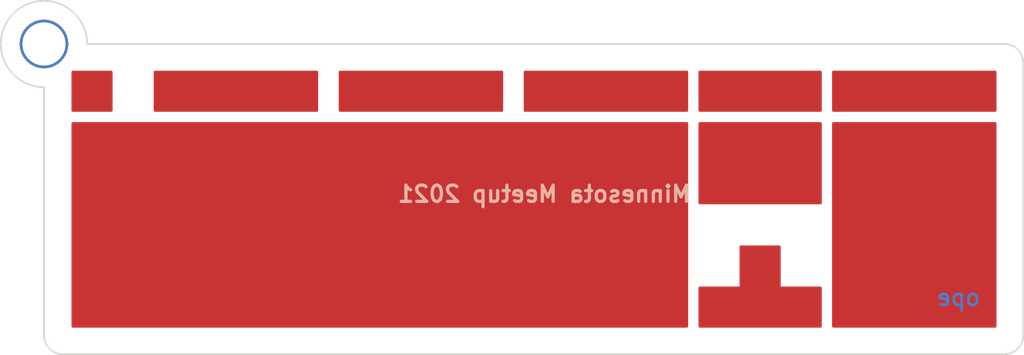
<source format=kicad_pcb>
(kicad_pcb (version 20171130) (host pcbnew "(5.1.10-1-10_14)")

  (general
    (thickness 1.6)
    (drawings 18)
    (tracks 0)
    (zones 0)
    (modules 108)
    (nets 1)
  )

  (page A4)
  (layers
    (0 F.Cu signal)
    (31 B.Cu signal)
    (32 B.Adhes user)
    (33 F.Adhes user)
    (34 B.Paste user)
    (35 F.Paste user)
    (36 B.SilkS user)
    (37 F.SilkS user)
    (38 B.Mask user)
    (39 F.Mask user)
    (40 Dwgs.User user hide)
    (41 Cmts.User user)
    (42 Eco1.User user)
    (43 Eco2.User user)
    (44 Edge.Cuts user)
    (45 Margin user)
    (46 B.CrtYd user)
    (47 F.CrtYd user)
    (48 B.Fab user)
    (49 F.Fab user hide)
  )

  (setup
    (last_trace_width 0.25)
    (trace_clearance 0.2)
    (zone_clearance 0)
    (zone_45_only no)
    (trace_min 0.2)
    (via_size 0.8)
    (via_drill 0.4)
    (via_min_size 0.4)
    (via_min_drill 0.3)
    (uvia_size 0.3)
    (uvia_drill 0.1)
    (uvias_allowed no)
    (uvia_min_size 0.2)
    (uvia_min_drill 0.1)
    (edge_width 0.15)
    (segment_width 0.15)
    (pcb_text_width 0.3)
    (pcb_text_size 1.5 1.5)
    (mod_edge_width 0.15)
    (mod_text_size 1 1)
    (mod_text_width 0.15)
    (pad_size 7 7)
    (pad_drill 5)
    (pad_to_mask_clearance 0)
    (aux_axis_origin 0 0)
    (grid_origin 102.69125 164.38625)
    (visible_elements 7FFFFFFF)
    (pcbplotparams
      (layerselection 0x010fc_ffffffff)
      (usegerberextensions false)
      (usegerberattributes false)
      (usegerberadvancedattributes false)
      (creategerberjobfile false)
      (excludeedgelayer true)
      (linewidth 0.100000)
      (plotframeref false)
      (viasonmask false)
      (mode 1)
      (useauxorigin false)
      (hpglpennumber 1)
      (hpglpenspeed 20)
      (hpglpendiameter 15.000000)
      (psnegative false)
      (psa4output false)
      (plotreference true)
      (plotvalue true)
      (plotinvisibletext false)
      (padsonsilk false)
      (subtractmaskfromsilk false)
      (outputformat 1)
      (mirror false)
      (drillshape 0)
      (scaleselection 1)
      (outputdirectory "Gerber"))
  )

  (net 0 "")

  (net_class Default "This is the default net class."
    (clearance 0.2)
    (trace_width 0.25)
    (via_dia 0.8)
    (via_drill 0.4)
    (uvia_dia 0.3)
    (uvia_drill 0.1)
  )

  (module random-keyboard-parts:plate_hole_4mm_tht (layer F.Cu) (tedit 5DBCB00B) (tstamp 61204796)
    (at 12.64045 137.66825)
    (fp_text reference REF** (at 0.381 1.4097) (layer Dwgs.User)
      (effects (font (size 1 1) (thickness 0.15)))
    )
    (fp_text value plate_hole_4mm_tht (at 0 -0.5) (layer F.Fab)
      (effects (font (size 1 1) (thickness 0.15)))
    )
    (pad 1 thru_hole circle (at 0.0508 -2.032) (size 4.5 4.5) (drill 4) (layers *.Cu *.Mask))
  )

  (module locallib:Pad-1U (layer F.Cu) (tedit 5C08844F) (tstamp 5C090F08)
    (at 87.63 140.0175)
    (fp_text reference REF** (at 0 0.5) (layer Dwgs.User) hide
      (effects (font (size 1 1) (thickness 0.15)))
    )
    (fp_text value Pad-1U (at 0 -0.5) (layer F.Fab) hide
      (effects (font (size 1 1) (thickness 0.15)))
    )
    (pad "" smd rect (at 0 0) (size 3 3) (layers F.Mask)
      (solder_mask_margin -0.1))
  )

  (module locallib:Pad-1U (layer F.Cu) (tedit 5C08844F) (tstamp 5C090F04)
    (at 95.25 140.0175)
    (fp_text reference REF** (at 0 0.5) (layer Dwgs.User) hide
      (effects (font (size 1 1) (thickness 0.15)))
    )
    (fp_text value Pad-1U (at 0 -0.5) (layer F.Fab) hide
      (effects (font (size 1 1) (thickness 0.15)))
    )
    (pad "" smd rect (at 0 0) (size 3 3) (layers F.Mask)
      (solder_mask_margin -0.1))
  )

  (module locallib:Pad-1U (layer F.Cu) (tedit 5C08844F) (tstamp 5C090F00)
    (at 91.44 140.0175)
    (fp_text reference REF** (at 0 0.5) (layer Dwgs.User) hide
      (effects (font (size 1 1) (thickness 0.15)))
    )
    (fp_text value Pad-1U (at 0 -0.5) (layer F.Fab) hide
      (effects (font (size 1 1) (thickness 0.15)))
    )
    (pad "" smd rect (at 0 0) (size 3 3) (layers F.Mask)
      (solder_mask_margin -0.1))
  )

  (module locallib:Pad-1U (layer F.Cu) (tedit 5C08844F) (tstamp 5C090EFC)
    (at 99.06 140.0175)
    (fp_text reference REF** (at 0 0.5) (layer Dwgs.User) hide
      (effects (font (size 1 1) (thickness 0.15)))
    )
    (fp_text value Pad-1U (at 0 -0.5) (layer F.Fab) hide
      (effects (font (size 1 1) (thickness 0.15)))
    )
    (pad "" smd rect (at 0 0) (size 3 3) (layers F.Mask)
      (solder_mask_margin -0.1))
  )

  (module locallib:Pad-1U (layer F.Cu) (tedit 5C08844F) (tstamp 5C090E15)
    (at 95.25 152.4)
    (fp_text reference REF** (at 0 0.5) (layer Dwgs.User) hide
      (effects (font (size 1 1) (thickness 0.15)))
    )
    (fp_text value Pad-1U (at 0 -0.5) (layer F.Fab) hide
      (effects (font (size 1 1) (thickness 0.15)))
    )
    (pad "" smd rect (at 0 0) (size 3 3) (layers F.Mask)
      (solder_mask_margin -0.1))
  )

  (module locallib:Pad-1U (layer F.Cu) (tedit 5C08844F) (tstamp 5C090E11)
    (at 95.25 144.78)
    (fp_text reference REF** (at 0 0.5) (layer Dwgs.User) hide
      (effects (font (size 1 1) (thickness 0.15)))
    )
    (fp_text value Pad-1U (at 0 -0.5) (layer F.Fab) hide
      (effects (font (size 1 1) (thickness 0.15)))
    )
    (pad "" smd rect (at 0 0) (size 3 3) (layers F.Mask)
      (solder_mask_margin -0.1))
  )

  (module locallib:Pad-1U (layer F.Cu) (tedit 5C08844F) (tstamp 5C090E0D)
    (at 95.25 156.21)
    (fp_text reference REF** (at 0 0.5) (layer Dwgs.User) hide
      (effects (font (size 1 1) (thickness 0.15)))
    )
    (fp_text value Pad-1U (at 0 -0.5) (layer F.Fab) hide
      (effects (font (size 1 1) (thickness 0.15)))
    )
    (pad "" smd rect (at 0 0) (size 3 3) (layers F.Mask)
      (solder_mask_margin -0.1))
  )

  (module locallib:Pad-1U (layer F.Cu) (tedit 5C08844F) (tstamp 5C090E09)
    (at 99.06 144.78)
    (fp_text reference REF** (at 0 0.5) (layer Dwgs.User) hide
      (effects (font (size 1 1) (thickness 0.15)))
    )
    (fp_text value Pad-1U (at 0 -0.5) (layer F.Fab) hide
      (effects (font (size 1 1) (thickness 0.15)))
    )
    (pad "" smd rect (at 0 0) (size 3 3) (layers F.Mask)
      (solder_mask_margin -0.1))
  )

  (module locallib:Pad-1U (layer F.Cu) (tedit 5C08844F) (tstamp 5C090E01)
    (at 87.63 152.4)
    (fp_text reference REF** (at 0 0.5) (layer Dwgs.User) hide
      (effects (font (size 1 1) (thickness 0.15)))
    )
    (fp_text value Pad-1U (at 0 -0.5) (layer F.Fab) hide
      (effects (font (size 1 1) (thickness 0.15)))
    )
    (pad "" smd rect (at 0 0) (size 3 3) (layers F.Mask)
      (solder_mask_margin -0.1))
  )

  (module locallib:Pad-1U (layer F.Cu) (tedit 5C08844F) (tstamp 5C090DFD)
    (at 91.44 156.21)
    (fp_text reference REF** (at 0 0.5) (layer Dwgs.User) hide
      (effects (font (size 1 1) (thickness 0.15)))
    )
    (fp_text value Pad-1U (at 0 -0.5) (layer F.Fab) hide
      (effects (font (size 1 1) (thickness 0.15)))
    )
    (pad "" smd rect (at 0 0) (size 3 3) (layers F.Mask)
      (solder_mask_margin -0.1))
  )

  (module locallib:Pad-1U (layer F.Cu) (tedit 5C08844F) (tstamp 5C090DF9)
    (at 87.63 148.59)
    (fp_text reference REF** (at 0 0.5) (layer Dwgs.User) hide
      (effects (font (size 1 1) (thickness 0.15)))
    )
    (fp_text value Pad-1U (at 0 -0.5) (layer F.Fab) hide
      (effects (font (size 1 1) (thickness 0.15)))
    )
    (pad "" smd rect (at 0 0) (size 3 3) (layers F.Mask)
      (solder_mask_margin -0.1))
  )

  (module locallib:Pad-1U (layer F.Cu) (tedit 5C08844F) (tstamp 5C090DF5)
    (at 91.44 152.4)
    (fp_text reference REF** (at 0 0.5) (layer Dwgs.User) hide
      (effects (font (size 1 1) (thickness 0.15)))
    )
    (fp_text value Pad-1U (at 0 -0.5) (layer F.Fab) hide
      (effects (font (size 1 1) (thickness 0.15)))
    )
    (pad "" smd rect (at 0 0) (size 3 3) (layers F.Mask)
      (solder_mask_margin -0.1))
  )

  (module locallib:Pad-2U (layer F.Cu) (tedit 5C08848A) (tstamp 5C090DF1)
    (at 99.06 158.115 90)
    (fp_text reference REF** (at 0 0.5 90) (layer Dwgs.User) hide
      (effects (font (size 1 1) (thickness 0.15)))
    )
    (fp_text value Pad-2U (at 0 -0.5 90) (layer F.Fab) hide
      (effects (font (size 1 1) (thickness 0.15)))
    )
    (pad "" smd rect (at 0 0 90) (size 6.81 3) (layers F.Mask)
      (solder_mask_margin -0.1))
  )

  (module locallib:Pad-1U (layer F.Cu) (tedit 5C08844F) (tstamp 5C090DED)
    (at 87.63 144.78)
    (fp_text reference REF** (at 0 0.5) (layer Dwgs.User) hide
      (effects (font (size 1 1) (thickness 0.15)))
    )
    (fp_text value Pad-1U (at 0 -0.5) (layer F.Fab) hide
      (effects (font (size 1 1) (thickness 0.15)))
    )
    (pad "" smd rect (at 0 0) (size 3 3) (layers F.Mask)
      (solder_mask_margin -0.1))
  )

  (module locallib:Pad-1U (layer F.Cu) (tedit 5C08844F) (tstamp 5C090DE9)
    (at 95.25 148.59)
    (fp_text reference REF** (at 0 0.5) (layer Dwgs.User) hide
      (effects (font (size 1 1) (thickness 0.15)))
    )
    (fp_text value Pad-1U (at 0 -0.5) (layer F.Fab) hide
      (effects (font (size 1 1) (thickness 0.15)))
    )
    (pad "" smd rect (at 0 0) (size 3 3) (layers F.Mask)
      (solder_mask_margin -0.1))
  )

  (module locallib:Pad-1U (layer F.Cu) (tedit 5C08844F) (tstamp 5C090DE5)
    (at 87.63 156.21)
    (fp_text reference REF** (at 0 0.5) (layer Dwgs.User) hide
      (effects (font (size 1 1) (thickness 0.15)))
    )
    (fp_text value Pad-1U (at 0 -0.5) (layer F.Fab) hide
      (effects (font (size 1 1) (thickness 0.15)))
    )
    (pad "" smd rect (at 0 0) (size 3 3) (layers F.Mask)
      (solder_mask_margin -0.1))
  )

  (module locallib:Pad-1U (layer F.Cu) (tedit 5C08844F) (tstamp 5C090DE1)
    (at 95.25 160.02)
    (fp_text reference REF** (at 0 0.5) (layer Dwgs.User) hide
      (effects (font (size 1 1) (thickness 0.15)))
    )
    (fp_text value Pad-1U (at 0 -0.5) (layer F.Fab) hide
      (effects (font (size 1 1) (thickness 0.15)))
    )
    (pad "" smd rect (at 0 0) (size 3 3) (layers F.Mask)
      (solder_mask_margin -0.1))
  )

  (module locallib:Pad-2U (layer F.Cu) (tedit 5C08848A) (tstamp 5C090DDD)
    (at 99.06 150.495 90)
    (fp_text reference REF** (at 0 0.5 90) (layer Dwgs.User) hide
      (effects (font (size 1 1) (thickness 0.15)))
    )
    (fp_text value Pad-2U (at 0 -0.5 90) (layer F.Fab) hide
      (effects (font (size 1 1) (thickness 0.15)))
    )
    (pad "" smd rect (at 0 0 90) (size 6.81 3) (layers F.Mask)
      (solder_mask_margin -0.1))
  )

  (module locallib:Pad-1U (layer F.Cu) (tedit 5C08844F) (tstamp 5C090DD9)
    (at 91.44 144.78)
    (fp_text reference REF** (at 0 0.5) (layer Dwgs.User) hide
      (effects (font (size 1 1) (thickness 0.15)))
    )
    (fp_text value Pad-1U (at 0 -0.5) (layer F.Fab) hide
      (effects (font (size 1 1) (thickness 0.15)))
    )
    (pad "" smd rect (at 0 0) (size 3 3) (layers F.Mask)
      (solder_mask_margin -0.1))
  )

  (module locallib:Pad-1U (layer F.Cu) (tedit 5C08844F) (tstamp 5C090DD5)
    (at 91.44 148.59)
    (fp_text reference REF** (at 0 0.5) (layer Dwgs.User) hide
      (effects (font (size 1 1) (thickness 0.15)))
    )
    (fp_text value Pad-1U (at 0 -0.5) (layer F.Fab) hide
      (effects (font (size 1 1) (thickness 0.15)))
    )
    (pad "" smd rect (at 0 0) (size 3 3) (layers F.Mask)
      (solder_mask_margin -0.1))
  )

  (module locallib:Pad-1U (layer F.Cu) (tedit 5C08844F) (tstamp 5C090BB4)
    (at 55.245 144.78)
    (fp_text reference REF** (at 0 0.5) (layer Dwgs.User) hide
      (effects (font (size 1 1) (thickness 0.15)))
    )
    (fp_text value Pad-1U (at 0 -0.5) (layer F.Fab) hide
      (effects (font (size 1 1) (thickness 0.15)))
    )
    (pad "" smd rect (at 0 0) (size 3 3) (layers F.Mask)
      (solder_mask_margin -0.1))
  )

  (module locallib:Pad-1U (layer F.Cu) (tedit 5C08844F) (tstamp 5C090BB0)
    (at 24.765 144.78)
    (fp_text reference REF** (at 0 0.5) (layer Dwgs.User) hide
      (effects (font (size 1 1) (thickness 0.15)))
    )
    (fp_text value Pad-1U (at 0 -0.5) (layer F.Fab) hide
      (effects (font (size 1 1) (thickness 0.15)))
    )
    (pad "" smd rect (at 0 0) (size 3 3) (layers F.Mask)
      (solder_mask_margin -0.1))
  )

  (module locallib:Pad-1U (layer F.Cu) (tedit 5C08844F) (tstamp 5C090BAC)
    (at 36.195 144.78)
    (fp_text reference REF** (at 0 0.5) (layer Dwgs.User) hide
      (effects (font (size 1 1) (thickness 0.15)))
    )
    (fp_text value Pad-1U (at 0 -0.5) (layer F.Fab) hide
      (effects (font (size 1 1) (thickness 0.15)))
    )
    (pad "" smd rect (at 0 0) (size 3 3) (layers F.Mask)
      (solder_mask_margin -0.1))
  )

  (module locallib:Pad-1U (layer F.Cu) (tedit 5C08844F) (tstamp 5C090BA8)
    (at 28.575 144.78)
    (fp_text reference REF** (at 0 0.5) (layer Dwgs.User) hide
      (effects (font (size 1 1) (thickness 0.15)))
    )
    (fp_text value Pad-1U (at 0 -0.5) (layer F.Fab) hide
      (effects (font (size 1 1) (thickness 0.15)))
    )
    (pad "" smd rect (at 0 0) (size 3 3) (layers F.Mask)
      (solder_mask_margin -0.1))
  )

  (module locallib:Pad-1U (layer F.Cu) (tedit 5C08844F) (tstamp 5C090BA4)
    (at 32.385 144.78)
    (fp_text reference REF** (at 0 0.5) (layer Dwgs.User) hide
      (effects (font (size 1 1) (thickness 0.15)))
    )
    (fp_text value Pad-1U (at 0 -0.5) (layer F.Fab) hide
      (effects (font (size 1 1) (thickness 0.15)))
    )
    (pad "" smd rect (at 0 0) (size 3 3) (layers F.Mask)
      (solder_mask_margin -0.1))
  )

  (module locallib:Pad-1U (layer F.Cu) (tedit 5C08844F) (tstamp 5C090BA0)
    (at 43.815 144.78)
    (fp_text reference REF** (at 0 0.5) (layer Dwgs.User) hide
      (effects (font (size 1 1) (thickness 0.15)))
    )
    (fp_text value Pad-1U (at 0 -0.5) (layer F.Fab) hide
      (effects (font (size 1 1) (thickness 0.15)))
    )
    (pad "" smd rect (at 0 0) (size 3 3) (layers F.Mask)
      (solder_mask_margin -0.1))
  )

  (module locallib:Pad-1U (layer F.Cu) (tedit 5C08844F) (tstamp 5C090B9C)
    (at 40.005 144.78)
    (fp_text reference REF** (at 0 0.5) (layer Dwgs.User) hide
      (effects (font (size 1 1) (thickness 0.15)))
    )
    (fp_text value Pad-1U (at 0 -0.5) (layer F.Fab) hide
      (effects (font (size 1 1) (thickness 0.15)))
    )
    (pad "" smd rect (at 0 0) (size 3 3) (layers F.Mask)
      (solder_mask_margin -0.1))
  )

  (module locallib:Pad-1U (layer F.Cu) (tedit 5C08844F) (tstamp 5C090B98)
    (at 51.435 144.78)
    (fp_text reference REF** (at 0 0.5) (layer Dwgs.User) hide
      (effects (font (size 1 1) (thickness 0.15)))
    )
    (fp_text value Pad-1U (at 0 -0.5) (layer F.Fab) hide
      (effects (font (size 1 1) (thickness 0.15)))
    )
    (pad "" smd rect (at 0 0) (size 3 3) (layers F.Mask)
      (solder_mask_margin -0.1))
  )

  (module locallib:Pad-1U (layer F.Cu) (tedit 5C08844F) (tstamp 5C090B94)
    (at 62.865 144.78)
    (fp_text reference REF** (at 0 0.5) (layer Dwgs.User) hide
      (effects (font (size 1 1) (thickness 0.15)))
    )
    (fp_text value Pad-1U (at 0 -0.5) (layer F.Fab) hide
      (effects (font (size 1 1) (thickness 0.15)))
    )
    (pad "" smd rect (at 0 0) (size 3 3) (layers F.Mask)
      (solder_mask_margin -0.1))
  )

  (module locallib:Pad-1U (layer F.Cu) (tedit 5C08844F) (tstamp 5C090B90)
    (at 34.29 148.59)
    (fp_text reference REF** (at 0 0.5) (layer Dwgs.User) hide
      (effects (font (size 1 1) (thickness 0.15)))
    )
    (fp_text value Pad-1U (at 0 -0.5) (layer F.Fab) hide
      (effects (font (size 1 1) (thickness 0.15)))
    )
    (pad "" smd rect (at 0 0) (size 3 3) (layers F.Mask)
      (solder_mask_margin -0.1))
  )

  (module locallib:Pad-1.5U (layer F.Cu) (tedit 5C08853F) (tstamp 5C090B8C)
    (at 18.0975 148.59)
    (fp_text reference REF** (at 0 0.5) (layer Dwgs.User) hide
      (effects (font (size 1 1) (thickness 0.15)))
    )
    (fp_text value Pad-1.5U (at 0 -0.5) (layer F.Fab) hide
      (effects (font (size 1 1) (thickness 0.15)))
    )
    (pad "" smd rect (at 0 0) (size 4.905 3) (layers F.Mask)
      (solder_mask_margin -0.1))
  )

  (module locallib:Pad-1U (layer F.Cu) (tedit 5C08844F) (tstamp 5C090B88)
    (at 22.86 148.59)
    (fp_text reference REF** (at 0 0.5) (layer Dwgs.User) hide
      (effects (font (size 1 1) (thickness 0.15)))
    )
    (fp_text value Pad-1U (at 0 -0.5) (layer F.Fab) hide
      (effects (font (size 1 1) (thickness 0.15)))
    )
    (pad "" smd rect (at 0 0) (size 3 3) (layers F.Mask)
      (solder_mask_margin -0.1))
  )

  (module locallib:Pad-1U (layer F.Cu) (tedit 5C08844F) (tstamp 5C090B84)
    (at 58.1025 152.4)
    (fp_text reference REF** (at 0 0.5) (layer Dwgs.User) hide
      (effects (font (size 1 1) (thickness 0.15)))
    )
    (fp_text value Pad-1U (at 0 -0.5) (layer F.Fab) hide
      (effects (font (size 1 1) (thickness 0.15)))
    )
    (pad "" smd rect (at 0 0) (size 3 3) (layers F.Mask)
      (solder_mask_margin -0.1))
  )

  (module locallib:Pad-1U (layer F.Cu) (tedit 5C08844F) (tstamp 5C090B80)
    (at 49.53 148.59)
    (fp_text reference REF** (at 0 0.5) (layer Dwgs.User) hide
      (effects (font (size 1 1) (thickness 0.15)))
    )
    (fp_text value Pad-1U (at 0 -0.5) (layer F.Fab) hide
      (effects (font (size 1 1) (thickness 0.15)))
    )
    (pad "" smd rect (at 0 0) (size 3 3) (layers F.Mask)
      (solder_mask_margin -0.1))
  )

  (module locallib:Pad-1U (layer F.Cu) (tedit 5C08844F) (tstamp 5C090B7C)
    (at 59.055 144.78)
    (fp_text reference REF** (at 0 0.5) (layer Dwgs.User) hide
      (effects (font (size 1 1) (thickness 0.15)))
    )
    (fp_text value Pad-1U (at 0 -0.5) (layer F.Fab) hide
      (effects (font (size 1 1) (thickness 0.15)))
    )
    (pad "" smd rect (at 0 0) (size 3 3) (layers F.Mask)
      (solder_mask_margin -0.1))
  )

  (module locallib:Pad-1U (layer F.Cu) (tedit 5C08844F) (tstamp 5C090B78)
    (at 27.6225 152.4)
    (fp_text reference REF** (at 0 0.5) (layer Dwgs.User) hide
      (effects (font (size 1 1) (thickness 0.15)))
    )
    (fp_text value Pad-1U (at 0 -0.5) (layer F.Fab) hide
      (effects (font (size 1 1) (thickness 0.15)))
    )
    (pad "" smd rect (at 0 0) (size 3 3) (layers F.Mask)
      (solder_mask_margin -0.1))
  )

  (module locallib:Pad-1U (layer F.Cu) (tedit 5C08844F) (tstamp 5C090B74)
    (at 26.67 148.59)
    (fp_text reference REF** (at 0 0.5) (layer Dwgs.User) hide
      (effects (font (size 1 1) (thickness 0.15)))
    )
    (fp_text value Pad-1U (at 0 -0.5) (layer F.Fab) hide
      (effects (font (size 1 1) (thickness 0.15)))
    )
    (pad "" smd rect (at 0 0) (size 3 3) (layers F.Mask)
      (solder_mask_margin -0.1))
  )

  (module locallib:Pad-1U (layer F.Cu) (tedit 5C08844F) (tstamp 5C090B70)
    (at 50.4825 152.4)
    (fp_text reference REF** (at 0 0.5) (layer Dwgs.User) hide
      (effects (font (size 1 1) (thickness 0.15)))
    )
    (fp_text value Pad-1U (at 0 -0.5) (layer F.Fab) hide
      (effects (font (size 1 1) (thickness 0.15)))
    )
    (pad "" smd rect (at 0 0) (size 3 3) (layers F.Mask)
      (solder_mask_margin -0.1))
  )

  (module locallib:Pad-1U (layer F.Cu) (tedit 5C08844F) (tstamp 5C090B6C)
    (at 64.77 148.59)
    (fp_text reference REF** (at 0 0.5) (layer Dwgs.User) hide
      (effects (font (size 1 1) (thickness 0.15)))
    )
    (fp_text value Pad-1U (at 0 -0.5) (layer F.Fab) hide
      (effects (font (size 1 1) (thickness 0.15)))
    )
    (pad "" smd rect (at 0 0) (size 3 3) (layers F.Mask)
      (solder_mask_margin -0.1))
  )

  (module locallib:Pad-1U (layer F.Cu) (tedit 5C08844F) (tstamp 5C090B68)
    (at 38.1 148.59)
    (fp_text reference REF** (at 0 0.5) (layer Dwgs.User) hide
      (effects (font (size 1 1) (thickness 0.15)))
    )
    (fp_text value Pad-1U (at 0 -0.5) (layer F.Fab) hide
      (effects (font (size 1 1) (thickness 0.15)))
    )
    (pad "" smd rect (at 0 0) (size 3 3) (layers F.Mask)
      (solder_mask_margin -0.1))
  )

  (module locallib:Pad-1U (layer F.Cu) (tedit 5C08844F) (tstamp 5C090B64)
    (at 57.15 148.59)
    (fp_text reference REF** (at 0 0.5) (layer Dwgs.User) hide
      (effects (font (size 1 1) (thickness 0.15)))
    )
    (fp_text value Pad-1U (at 0 -0.5) (layer F.Fab) hide
      (effects (font (size 1 1) (thickness 0.15)))
    )
    (pad "" smd rect (at 0 0) (size 3 3) (layers F.Mask)
      (solder_mask_margin -0.1))
  )

  (module locallib:Pad-1.5U (layer F.Cu) (tedit 5C08853F) (tstamp 5C090B60)
    (at 69.5325 148.59)
    (fp_text reference REF** (at 0 0.5) (layer Dwgs.User) hide
      (effects (font (size 1 1) (thickness 0.15)))
    )
    (fp_text value Pad-1.5U (at 0 -0.5) (layer F.Fab) hide
      (effects (font (size 1 1) (thickness 0.15)))
    )
    (pad "" smd rect (at 0 0) (size 4.905 3) (layers F.Mask)
      (solder_mask_margin -0.1))
  )

  (module locallib:Pad-1U (layer F.Cu) (tedit 5C08844F) (tstamp 5C090B5C)
    (at 53.34 148.59)
    (fp_text reference REF** (at 0 0.5) (layer Dwgs.User) hide
      (effects (font (size 1 1) (thickness 0.15)))
    )
    (fp_text value Pad-1U (at 0 -0.5) (layer F.Fab) hide
      (effects (font (size 1 1) (thickness 0.15)))
    )
    (pad "" smd rect (at 0 0) (size 3 3) (layers F.Mask)
      (solder_mask_margin -0.1))
  )

  (module locallib:Pad-2.25U (layer F.Cu) (tedit 5C088496) (tstamp 5C090B58)
    (at 68.10375 152.4)
    (fp_text reference REF** (at 0 0.5) (layer Dwgs.User) hide
      (effects (font (size 1 1) (thickness 0.15)))
    )
    (fp_text value Pad-2.25U (at 0 -0.5) (layer F.Fab) hide
      (effects (font (size 1 1) (thickness 0.15)))
    )
    (pad "" smd rect (at 0 0) (size 7.7625 3) (layers F.Mask)
      (solder_mask_margin -0.1))
  )

  (module locallib:Pad-1U (layer F.Cu) (tedit 5C08844F) (tstamp 5C090B54)
    (at 35.2425 152.4)
    (fp_text reference REF** (at 0 0.5) (layer Dwgs.User) hide
      (effects (font (size 1 1) (thickness 0.15)))
    )
    (fp_text value Pad-1U (at 0 -0.5) (layer F.Fab) hide
      (effects (font (size 1 1) (thickness 0.15)))
    )
    (pad "" smd rect (at 0 0) (size 3 3) (layers F.Mask)
      (solder_mask_margin -0.1))
  )

  (module locallib:Pad-1U (layer F.Cu) (tedit 5C08844F) (tstamp 5C090B50)
    (at 41.91 148.59)
    (fp_text reference REF** (at 0 0.5) (layer Dwgs.User) hide
      (effects (font (size 1 1) (thickness 0.15)))
    )
    (fp_text value Pad-1U (at 0 -0.5) (layer F.Fab) hide
      (effects (font (size 1 1) (thickness 0.15)))
    )
    (pad "" smd rect (at 0 0) (size 3 3) (layers F.Mask)
      (solder_mask_margin -0.1))
  )

  (module locallib:Pad-1U (layer F.Cu) (tedit 5C08844F) (tstamp 5C090B4C)
    (at 30.48 148.59)
    (fp_text reference REF** (at 0 0.5) (layer Dwgs.User) hide
      (effects (font (size 1 1) (thickness 0.15)))
    )
    (fp_text value Pad-1U (at 0 -0.5) (layer F.Fab) hide
      (effects (font (size 1 1) (thickness 0.15)))
    )
    (pad "" smd rect (at 0 0) (size 3 3) (layers F.Mask)
      (solder_mask_margin -0.1))
  )

  (module locallib:Pad-1U (layer F.Cu) (tedit 5C08844F) (tstamp 5C090B48)
    (at 45.72 148.59)
    (fp_text reference REF** (at 0 0.5) (layer Dwgs.User) hide
      (effects (font (size 1 1) (thickness 0.15)))
    )
    (fp_text value Pad-1U (at 0 -0.5) (layer F.Fab) hide
      (effects (font (size 1 1) (thickness 0.15)))
    )
    (pad "" smd rect (at 0 0) (size 3 3) (layers F.Mask)
      (solder_mask_margin -0.1))
  )

  (module locallib:Pad-1U (layer F.Cu) (tedit 5C08844F) (tstamp 5C090B44)
    (at 60.96 148.59)
    (fp_text reference REF** (at 0 0.5) (layer Dwgs.User) hide
      (effects (font (size 1 1) (thickness 0.15)))
    )
    (fp_text value Pad-1U (at 0 -0.5) (layer F.Fab) hide
      (effects (font (size 1 1) (thickness 0.15)))
    )
    (pad "" smd rect (at 0 0) (size 3 3) (layers F.Mask)
      (solder_mask_margin -0.1))
  )

  (module locallib:Pad-1.75U (layer F.Cu) (tedit 5C08847B) (tstamp 5C090B40)
    (at 18.57375 152.4)
    (fp_text reference REF** (at 0 0.5) (layer Dwgs.User) hide
      (effects (font (size 1 1) (thickness 0.15)))
    )
    (fp_text value Pad-1.75U (at 0 -0.5) (layer F.Fab) hide
      (effects (font (size 1 1) (thickness 0.15)))
    )
    (pad "" smd rect (at 0 0) (size 5.8575 3) (layers F.Mask)
      (solder_mask_margin -0.1))
  )

  (module locallib:Pad-1U (layer F.Cu) (tedit 5C08844F) (tstamp 5C090B3C)
    (at 23.8125 152.4)
    (fp_text reference REF** (at 0 0.5) (layer Dwgs.User) hide
      (effects (font (size 1 1) (thickness 0.15)))
    )
    (fp_text value Pad-1U (at 0 -0.5) (layer F.Fab) hide
      (effects (font (size 1 1) (thickness 0.15)))
    )
    (pad "" smd rect (at 0 0) (size 3 3) (layers F.Mask)
      (solder_mask_margin -0.1))
  )

  (module locallib:Pad-1U (layer F.Cu) (tedit 5C08844F) (tstamp 5C090B38)
    (at 61.9125 152.4)
    (fp_text reference REF** (at 0 0.5) (layer Dwgs.User) hide
      (effects (font (size 1 1) (thickness 0.15)))
    )
    (fp_text value Pad-1U (at 0 -0.5) (layer F.Fab) hide
      (effects (font (size 1 1) (thickness 0.15)))
    )
    (pad "" smd rect (at 0 0) (size 3 3) (layers F.Mask)
      (solder_mask_margin -0.1))
  )

  (module locallib:Pad-1U (layer F.Cu) (tedit 5C08844F) (tstamp 5C090B34)
    (at 31.4325 152.4)
    (fp_text reference REF** (at 0 0.5) (layer Dwgs.User) hide
      (effects (font (size 1 1) (thickness 0.15)))
    )
    (fp_text value Pad-1U (at 0 -0.5) (layer F.Fab) hide
      (effects (font (size 1 1) (thickness 0.15)))
    )
    (pad "" smd rect (at 0 0) (size 3 3) (layers F.Mask)
      (solder_mask_margin -0.1))
  )

  (module locallib:Pad-1U (layer F.Cu) (tedit 5C08844F) (tstamp 5C090B30)
    (at 46.6725 152.4)
    (fp_text reference REF** (at 0 0.5) (layer Dwgs.User) hide
      (effects (font (size 1 1) (thickness 0.15)))
    )
    (fp_text value Pad-1U (at 0 -0.5) (layer F.Fab) hide
      (effects (font (size 1 1) (thickness 0.15)))
    )
    (pad "" smd rect (at 0 0) (size 3 3) (layers F.Mask)
      (solder_mask_margin -0.1))
  )

  (module locallib:Pad-1U (layer F.Cu) (tedit 5C08844F) (tstamp 5C090B2C)
    (at 47.625 144.78)
    (fp_text reference REF** (at 0 0.5) (layer Dwgs.User) hide
      (effects (font (size 1 1) (thickness 0.15)))
    )
    (fp_text value Pad-1U (at 0 -0.5) (layer F.Fab) hide
      (effects (font (size 1 1) (thickness 0.15)))
    )
    (pad "" smd rect (at 0 0) (size 3 3) (layers F.Mask)
      (solder_mask_margin -0.1))
  )

  (module locallib:Pad-1U (layer F.Cu) (tedit 5C08844F) (tstamp 5C090B28)
    (at 54.2925 152.4)
    (fp_text reference REF** (at 0 0.5) (layer Dwgs.User) hide
      (effects (font (size 1 1) (thickness 0.15)))
    )
    (fp_text value Pad-1U (at 0 -0.5) (layer F.Fab) hide
      (effects (font (size 1 1) (thickness 0.15)))
    )
    (pad "" smd rect (at 0 0) (size 3 3) (layers F.Mask)
      (solder_mask_margin -0.1))
  )

  (module locallib:Pad-1U (layer F.Cu) (tedit 5C08844F) (tstamp 5C090B24)
    (at 42.8625 152.4)
    (fp_text reference REF** (at 0 0.5) (layer Dwgs.User) hide
      (effects (font (size 1 1) (thickness 0.15)))
    )
    (fp_text value Pad-1U (at 0 -0.5) (layer F.Fab) hide
      (effects (font (size 1 1) (thickness 0.15)))
    )
    (pad "" smd rect (at 0 0) (size 3 3) (layers F.Mask)
      (solder_mask_margin -0.1))
  )

  (module locallib:Pad-2U (layer F.Cu) (tedit 5C08848A) (tstamp 5C090B20)
    (at 68.58 144.78)
    (fp_text reference REF** (at 0 0.5) (layer Dwgs.User) hide
      (effects (font (size 1 1) (thickness 0.15)))
    )
    (fp_text value Pad-2U (at 0 -0.5) (layer F.Fab) hide
      (effects (font (size 1 1) (thickness 0.15)))
    )
    (pad "" smd rect (at 0 0) (size 6.81 3) (layers F.Mask)
      (solder_mask_margin -0.1))
  )

  (module locallib:Pad-1U (layer F.Cu) (tedit 5C08844F) (tstamp 5C090B1C)
    (at 79.0575 148.59)
    (fp_text reference REF** (at 0 0.5) (layer Dwgs.User) hide
      (effects (font (size 1 1) (thickness 0.15)))
    )
    (fp_text value Pad-1U (at 0 -0.5) (layer F.Fab) hide
      (effects (font (size 1 1) (thickness 0.15)))
    )
    (pad "" smd rect (at 0 0) (size 3 3) (layers F.Mask)
      (solder_mask_margin -0.1))
  )

  (module locallib:Pad-1U (layer F.Cu) (tedit 5C08844F) (tstamp 5C090B18)
    (at 75.2475 160.02)
    (fp_text reference REF** (at 0 0.5) (layer Dwgs.User) hide
      (effects (font (size 1 1) (thickness 0.15)))
    )
    (fp_text value Pad-1U (at 0 -0.5) (layer F.Fab) hide
      (effects (font (size 1 1) (thickness 0.15)))
    )
    (pad "" smd rect (at 0 0) (size 3 3) (layers F.Mask)
      (solder_mask_margin -0.1))
  )

  (module locallib:Pad-1U (layer F.Cu) (tedit 5C08844F) (tstamp 5C090B14)
    (at 48.5775 156.21)
    (fp_text reference REF** (at 0 0.5) (layer Dwgs.User) hide
      (effects (font (size 1 1) (thickness 0.15)))
    )
    (fp_text value Pad-1U (at 0 -0.5) (layer F.Fab) hide
      (effects (font (size 1 1) (thickness 0.15)))
    )
    (pad "" smd rect (at 0 0) (size 3 3) (layers F.Mask)
      (solder_mask_margin -0.1))
  )

  (module locallib:Pad-1U (layer F.Cu) (tedit 5C08844F) (tstamp 5C090B10)
    (at 17.145 144.78)
    (fp_text reference REF** (at 0 0.5) (layer Dwgs.User) hide
      (effects (font (size 1 1) (thickness 0.15)))
    )
    (fp_text value Pad-1U (at 0 -0.5) (layer F.Fab) hide
      (effects (font (size 1 1) (thickness 0.15)))
    )
    (pad "" smd rect (at 0 0) (size 3 3) (layers F.Mask)
      (solder_mask_margin -0.1))
  )

  (module locallib:Pad-1U (layer F.Cu) (tedit 5C08844F) (tstamp 5C090B0C)
    (at 60.0075 156.21)
    (fp_text reference REF** (at 0 0.5) (layer Dwgs.User) hide
      (effects (font (size 1 1) (thickness 0.15)))
    )
    (fp_text value Pad-1U (at 0 -0.5) (layer F.Fab) hide
      (effects (font (size 1 1) (thickness 0.15)))
    )
    (pad "" smd rect (at 0 0) (size 3 3) (layers F.Mask)
      (solder_mask_margin -0.1))
  )

  (module locallib:Pad-1.5U (layer F.Cu) (tedit 5C08853F) (tstamp 5C090B08)
    (at 18.0975 160.02)
    (fp_text reference REF** (at 0 0.5) (layer Dwgs.User) hide
      (effects (font (size 1 1) (thickness 0.15)))
    )
    (fp_text value Pad-1.5U (at 0 -0.5) (layer F.Fab) hide
      (effects (font (size 1 1) (thickness 0.15)))
    )
    (pad "" smd rect (at 0 0) (size 4.905 3) (layers F.Mask)
      (solder_mask_margin -0.1))
  )

  (module locallib:Pad-1U (layer F.Cu) (tedit 5C08844F) (tstamp 5C090B04)
    (at 79.0575 140.0175)
    (fp_text reference REF** (at 0 0.5) (layer Dwgs.User) hide
      (effects (font (size 1 1) (thickness 0.15)))
    )
    (fp_text value Pad-1U (at 0 -0.5) (layer F.Fab) hide
      (effects (font (size 1 1) (thickness 0.15)))
    )
    (pad "" smd rect (at 0 0) (size 3 3) (layers F.Mask)
      (solder_mask_margin -0.1))
  )

  (module locallib:Pad-7U (layer F.Cu) (tedit 5C0884CD) (tstamp 5C090B00)
    (at 43.815 160.02)
    (fp_text reference REF** (at 0 0.5) (layer Dwgs.User) hide
      (effects (font (size 1 1) (thickness 0.15)))
    )
    (fp_text value Pad-7U (at 0 -0.5) (layer F.Fab) hide
      (effects (font (size 1 1) (thickness 0.15)))
    )
    (pad "" smd rect (at 0 0) (size 25.86 3) (layers F.Mask)
      (solder_mask_margin -0.1))
  )

  (module locallib:Pad-1.5U (layer F.Cu) (tedit 5C08853F) (tstamp 5C090AFC)
    (at 60.0075 160.02)
    (fp_text reference REF** (at 0 0.5) (layer Dwgs.User) hide
      (effects (font (size 1 1) (thickness 0.15)))
    )
    (fp_text value Pad-1.5U (at 0 -0.5) (layer F.Fab) hide
      (effects (font (size 1 1) (thickness 0.15)))
    )
    (pad "" smd rect (at 0 0) (size 4.905 3) (layers F.Mask)
      (solder_mask_margin -0.1))
  )

  (module locallib:Pad-1U (layer F.Cu) (tedit 5C08844F) (tstamp 5C090AF8)
    (at 41.91 140.0175)
    (fp_text reference REF** (at 0 0.5) (layer Dwgs.User) hide
      (effects (font (size 1 1) (thickness 0.15)))
    )
    (fp_text value Pad-1U (at 0 -0.5) (layer F.Fab) hide
      (effects (font (size 1 1) (thickness 0.15)))
    )
    (pad "" smd rect (at 0 0) (size 3 3) (layers F.Mask)
      (solder_mask_margin -0.1))
  )

  (module locallib:Pad-1U (layer F.Cu) (tedit 5C08844F) (tstamp 5C090AF4)
    (at 44.7675 156.21)
    (fp_text reference REF** (at 0 0.5) (layer Dwgs.User) hide
      (effects (font (size 1 1) (thickness 0.15)))
    )
    (fp_text value Pad-1U (at 0 -0.5) (layer F.Fab) hide
      (effects (font (size 1 1) (thickness 0.15)))
    )
    (pad "" smd rect (at 0 0) (size 3 3) (layers F.Mask)
      (solder_mask_margin -0.1))
  )

  (module locallib:Pad-1U (layer F.Cu) (tedit 5C08844F) (tstamp 5C090AF0)
    (at 82.8675 148.59)
    (fp_text reference REF** (at 0 0.5) (layer Dwgs.User) hide
      (effects (font (size 1 1) (thickness 0.15)))
    )
    (fp_text value Pad-1U (at 0 -0.5) (layer F.Fab) hide
      (effects (font (size 1 1) (thickness 0.15)))
    )
    (pad "" smd rect (at 0 0) (size 3 3) (layers F.Mask)
      (solder_mask_margin -0.1))
  )

  (module locallib:Pad-1U (layer F.Cu) (tedit 5C08844F) (tstamp 5C090AEC)
    (at 79.0575 160.02)
    (fp_text reference REF** (at 0 0.5) (layer Dwgs.User) hide
      (effects (font (size 1 1) (thickness 0.15)))
    )
    (fp_text value Pad-1U (at 0 -0.5) (layer F.Fab) hide
      (effects (font (size 1 1) (thickness 0.15)))
    )
    (pad "" smd rect (at 0 0) (size 3 3) (layers F.Mask)
      (solder_mask_margin -0.1))
  )

  (module locallib:Pad-1U (layer F.Cu) (tedit 5C08844F) (tstamp 5C090AE8)
    (at 29.5275 156.21)
    (fp_text reference REF** (at 0 0.5) (layer Dwgs.User) hide
      (effects (font (size 1 1) (thickness 0.15)))
    )
    (fp_text value Pad-1U (at 0 -0.5) (layer F.Fab) hide
      (effects (font (size 1 1) (thickness 0.15)))
    )
    (pad "" smd rect (at 0 0) (size 3 3) (layers F.Mask)
      (solder_mask_margin -0.1))
  )

  (module locallib:Pad-1U (layer F.Cu) (tedit 5C08844F) (tstamp 5C090AE4)
    (at 40.9575 156.21)
    (fp_text reference REF** (at 0 0.5) (layer Dwgs.User) hide
      (effects (font (size 1 1) (thickness 0.15)))
    )
    (fp_text value Pad-1U (at 0 -0.5) (layer F.Fab) hide
      (effects (font (size 1 1) (thickness 0.15)))
    )
    (pad "" smd rect (at 0 0) (size 3 3) (layers F.Mask)
      (solder_mask_margin -0.1))
  )

  (module locallib:Pad-2.75U (layer F.Cu) (tedit 5C0884A5) (tstamp 5C090AE0)
    (at 67.15125 156.21)
    (fp_text reference REF** (at 0 0.5) (layer Dwgs.User) hide
      (effects (font (size 1 1) (thickness 0.15)))
    )
    (fp_text value Pad-2.75U (at 0 -0.5) (layer F.Fab) hide
      (effects (font (size 1 1) (thickness 0.15)))
    )
    (pad "" smd rect (at 0 0) (size 9.6675 3) (layers F.Mask)
      (solder_mask_margin -0.1))
  )

  (module locallib:Pad-1U (layer F.Cu) (tedit 5C08844F) (tstamp 5C090ADC)
    (at 17.145 140.0175)
    (fp_text reference REF** (at 0 0.5) (layer Dwgs.User) hide
      (effects (font (size 1 1) (thickness 0.15)))
    )
    (fp_text value Pad-1U (at 0 -0.5) (layer F.Fab) hide
      (effects (font (size 1 1) (thickness 0.15)))
    )
    (pad "" smd rect (at 0 0) (size 3 3) (layers F.Mask)
      (solder_mask_margin -0.1))
  )

  (module locallib:Pad-1U (layer F.Cu) (tedit 5C08844F) (tstamp 5C090AD8)
    (at 52.3875 156.21)
    (fp_text reference REF** (at 0 0.5) (layer Dwgs.User) hide
      (effects (font (size 1 1) (thickness 0.15)))
    )
    (fp_text value Pad-1U (at 0 -0.5) (layer F.Fab) hide
      (effects (font (size 1 1) (thickness 0.15)))
    )
    (pad "" smd rect (at 0 0) (size 3 3) (layers F.Mask)
      (solder_mask_margin -0.1))
  )

  (module locallib:Pad-1U (layer F.Cu) (tedit 5C08844F) (tstamp 5C090AD4)
    (at 33.3375 156.21)
    (fp_text reference REF** (at 0 0.5) (layer Dwgs.User) hide
      (effects (font (size 1 1) (thickness 0.15)))
    )
    (fp_text value Pad-1U (at 0 -0.5) (layer F.Fab) hide
      (effects (font (size 1 1) (thickness 0.15)))
    )
    (pad "" smd rect (at 0 0) (size 3 3) (layers F.Mask)
      (solder_mask_margin -0.1))
  )

  (module locallib:Pad-1U (layer F.Cu) (tedit 5C08844F) (tstamp 5C090AD0)
    (at 56.1975 156.21)
    (fp_text reference REF** (at 0 0.5) (layer Dwgs.User) hide
      (effects (font (size 1 1) (thickness 0.15)))
    )
    (fp_text value Pad-1U (at 0 -0.5) (layer F.Fab) hide
      (effects (font (size 1 1) (thickness 0.15)))
    )
    (pad "" smd rect (at 0 0) (size 3 3) (layers F.Mask)
      (solder_mask_margin -0.1))
  )

  (module locallib:Pad-1U (layer F.Cu) (tedit 5C08844F) (tstamp 5C090ACC)
    (at 82.8675 160.02)
    (fp_text reference REF** (at 0 0.5) (layer Dwgs.User) hide
      (effects (font (size 1 1) (thickness 0.15)))
    )
    (fp_text value Pad-1U (at 0 -0.5) (layer F.Fab) hide
      (effects (font (size 1 1) (thickness 0.15)))
    )
    (pad "" smd rect (at 0 0) (size 3 3) (layers F.Mask)
      (solder_mask_margin -0.1))
  )

  (module locallib:Pad-1U (layer F.Cu) (tedit 5C08844F) (tstamp 5C090AC8)
    (at 25.7175 156.21)
    (fp_text reference REF** (at 0 0.5) (layer Dwgs.User) hide
      (effects (font (size 1 1) (thickness 0.15)))
    )
    (fp_text value Pad-1U (at 0 -0.5) (layer F.Fab) hide
      (effects (font (size 1 1) (thickness 0.15)))
    )
    (pad "" smd rect (at 0 0) (size 3 3) (layers F.Mask)
      (solder_mask_margin -0.1))
  )

  (module locallib:Pad-1U (layer F.Cu) (tedit 5C08844F) (tstamp 5C090AC4)
    (at 75.2475 144.78)
    (fp_text reference REF** (at 0 0.5) (layer Dwgs.User) hide
      (effects (font (size 1 1) (thickness 0.15)))
    )
    (fp_text value Pad-1U (at 0 -0.5) (layer F.Fab) hide
      (effects (font (size 1 1) (thickness 0.15)))
    )
    (pad "" smd rect (at 0 0) (size 3 3) (layers F.Mask)
      (solder_mask_margin -0.1))
  )

  (module locallib:Pad-1.5U (layer F.Cu) (tedit 5C08853F) (tstamp 5C090AC0)
    (at 27.6225 160.02)
    (fp_text reference REF** (at 0 0.5) (layer Dwgs.User) hide
      (effects (font (size 1 1) (thickness 0.15)))
    )
    (fp_text value Pad-1.5U (at 0 -0.5) (layer F.Fab) hide
      (effects (font (size 1 1) (thickness 0.15)))
    )
    (pad "" smd rect (at 0 0) (size 4.905 3) (layers F.Mask)
      (solder_mask_margin -0.1))
  )

  (module locallib:Pad-1U (layer F.Cu) (tedit 5C08844F) (tstamp 5C090ABC)
    (at 82.8675 144.78)
    (fp_text reference REF** (at 0 0.5) (layer Dwgs.User) hide
      (effects (font (size 1 1) (thickness 0.15)))
    )
    (fp_text value Pad-1U (at 0 -0.5) (layer F.Fab) hide
      (effects (font (size 1 1) (thickness 0.15)))
    )
    (pad "" smd rect (at 0 0) (size 3 3) (layers F.Mask)
      (solder_mask_margin -0.1))
  )

  (module locallib:Pad-1U (layer F.Cu) (tedit 5C08844F) (tstamp 5C090AB8)
    (at 75.2475 140.0175)
    (fp_text reference REF** (at 0 0.5) (layer Dwgs.User) hide
      (effects (font (size 1 1) (thickness 0.15)))
    )
    (fp_text value Pad-1U (at 0 -0.5) (layer F.Fab) hide
      (effects (font (size 1 1) (thickness 0.15)))
    )
    (pad "" smd rect (at 0 0) (size 3 3) (layers F.Mask)
      (solder_mask_margin -0.1))
  )

  (module locallib:Pad-1U (layer F.Cu) (tedit 5C08844F) (tstamp 5C090AB4)
    (at 79.0575 144.78)
    (fp_text reference REF** (at 0 0.5) (layer Dwgs.User) hide
      (effects (font (size 1 1) (thickness 0.15)))
    )
    (fp_text value Pad-1U (at 0 -0.5) (layer F.Fab) hide
      (effects (font (size 1 1) (thickness 0.15)))
    )
    (pad "" smd rect (at 0 0) (size 3 3) (layers F.Mask)
      (solder_mask_margin -0.1))
  )

  (module locallib:Pad-1U (layer F.Cu) (tedit 5C08844F) (tstamp 5C090AB0)
    (at 37.1475 156.21)
    (fp_text reference REF** (at 0 0.5) (layer Dwgs.User) hide
      (effects (font (size 1 1) (thickness 0.15)))
    )
    (fp_text value Pad-1U (at 0 -0.5) (layer F.Fab) hide
      (effects (font (size 1 1) (thickness 0.15)))
    )
    (pad "" smd rect (at 0 0) (size 3 3) (layers F.Mask)
      (solder_mask_margin -0.1))
  )

  (module locallib:Pad-1U (layer F.Cu) (tedit 5C08844F) (tstamp 5C090AAC)
    (at 79.0575 156.21)
    (fp_text reference REF** (at 0 0.5) (layer Dwgs.User) hide
      (effects (font (size 1 1) (thickness 0.15)))
    )
    (fp_text value Pad-1U (at 0 -0.5) (layer F.Fab) hide
      (effects (font (size 1 1) (thickness 0.15)))
    )
    (pad "" smd rect (at 0 0) (size 3 3) (layers F.Mask)
      (solder_mask_margin -0.1))
  )

  (module locallib:Pad-2.25U (layer F.Cu) (tedit 5C088496) (tstamp 5C090AA8)
    (at 19.52625 156.21)
    (fp_text reference REF** (at 0 0.5) (layer Dwgs.User) hide
      (effects (font (size 1 1) (thickness 0.15)))
    )
    (fp_text value Pad-2.25U (at 0 -0.5) (layer F.Fab) hide
      (effects (font (size 1 1) (thickness 0.15)))
    )
    (pad "" smd rect (at 0 0) (size 7.7625 3) (layers F.Mask)
      (solder_mask_margin -0.1))
  )

  (module locallib:Pad-1U (layer F.Cu) (tedit 5C08844F) (tstamp 5C090AA4)
    (at 39.0525 152.4)
    (fp_text reference REF** (at 0 0.5) (layer Dwgs.User) hide
      (effects (font (size 1 1) (thickness 0.15)))
    )
    (fp_text value Pad-1U (at 0 -0.5) (layer F.Fab) hide
      (effects (font (size 1 1) (thickness 0.15)))
    )
    (pad "" smd rect (at 0 0) (size 3 3) (layers F.Mask)
      (solder_mask_margin -0.1))
  )

  (module locallib:Pad-1U (layer F.Cu) (tedit 5C08844F) (tstamp 5C090AA0)
    (at 82.8675 140.0175)
    (fp_text reference REF** (at 0 0.5) (layer Dwgs.User) hide
      (effects (font (size 1 1) (thickness 0.15)))
    )
    (fp_text value Pad-1U (at 0 -0.5) (layer F.Fab) hide
      (effects (font (size 1 1) (thickness 0.15)))
    )
    (pad "" smd rect (at 0 0) (size 3 3) (layers F.Mask)
      (solder_mask_margin -0.1))
  )

  (module locallib:Pad-1.5U (layer F.Cu) (tedit 5C08853F) (tstamp 5C090A9C)
    (at 69.5325 160.02)
    (fp_text reference REF** (at 0 0.5) (layer Dwgs.User) hide
      (effects (font (size 1 1) (thickness 0.15)))
    )
    (fp_text value Pad-1.5U (at 0 -0.5) (layer F.Fab) hide
      (effects (font (size 1 1) (thickness 0.15)))
    )
    (pad "" smd rect (at 0 0) (size 4.905 3) (layers F.Mask)
      (solder_mask_margin -0.1))
  )

  (module locallib:Pad-1U (layer F.Cu) (tedit 5C08844F) (tstamp 5C090A98)
    (at 24.765 140.0175)
    (fp_text reference REF** (at 0 0.5) (layer Dwgs.User) hide
      (effects (font (size 1 1) (thickness 0.15)))
    )
    (fp_text value Pad-1U (at 0 -0.5) (layer F.Fab) hide
      (effects (font (size 1 1) (thickness 0.15)))
    )
    (pad "" smd rect (at 0 0) (size 3 3) (layers F.Mask)
      (solder_mask_margin -0.1))
  )

  (module locallib:Pad-1U (layer F.Cu) (tedit 5C08844F) (tstamp 5C090A94)
    (at 75.2475 148.59)
    (fp_text reference REF** (at 0 0.5) (layer Dwgs.User) hide
      (effects (font (size 1 1) (thickness 0.15)))
    )
    (fp_text value Pad-1U (at 0 -0.5) (layer F.Fab) hide
      (effects (font (size 1 1) (thickness 0.15)))
    )
    (pad "" smd rect (at 0 0) (size 3 3) (layers F.Mask)
      (solder_mask_margin -0.1))
  )

  (module locallib:Pad-1U (layer F.Cu) (tedit 5C08844F) (tstamp 5C090A90)
    (at 59.055 140.0175)
    (fp_text reference REF** (at 0 0.5) (layer Dwgs.User) hide
      (effects (font (size 1 1) (thickness 0.15)))
    )
    (fp_text value Pad-1U (at 0 -0.5) (layer F.Fab) hide
      (effects (font (size 1 1) (thickness 0.15)))
    )
    (pad "" smd rect (at 0 0) (size 3 3) (layers F.Mask)
      (solder_mask_margin -0.1))
  )

  (module locallib:Pad-1U (layer F.Cu) (tedit 5C08844F) (tstamp 5C090A8C)
    (at 66.675 140.0175)
    (fp_text reference REF** (at 0 0.5) (layer Dwgs.User) hide
      (effects (font (size 1 1) (thickness 0.15)))
    )
    (fp_text value Pad-1U (at 0 -0.5) (layer F.Fab) hide
      (effects (font (size 1 1) (thickness 0.15)))
    )
    (pad "" smd rect (at 0 0) (size 3 3) (layers F.Mask)
      (solder_mask_margin -0.1))
  )

  (module locallib:Pad-1U (layer F.Cu) (tedit 5C08844F) (tstamp 5C090A88)
    (at 62.865 140.0175)
    (fp_text reference REF** (at 0 0.5) (layer Dwgs.User) hide
      (effects (font (size 1 1) (thickness 0.15)))
    )
    (fp_text value Pad-1U (at 0 -0.5) (layer F.Fab) hide
      (effects (font (size 1 1) (thickness 0.15)))
    )
    (pad "" smd rect (at 0 0) (size 3 3) (layers F.Mask)
      (solder_mask_margin -0.1))
  )

  (module locallib:Pad-1U (layer F.Cu) (tedit 5C08844F) (tstamp 5C090A84)
    (at 45.72 140.0175)
    (fp_text reference REF** (at 0 0.5) (layer Dwgs.User) hide
      (effects (font (size 1 1) (thickness 0.15)))
    )
    (fp_text value Pad-1U (at 0 -0.5) (layer F.Fab) hide
      (effects (font (size 1 1) (thickness 0.15)))
    )
    (pad "" smd rect (at 0 0) (size 3 3) (layers F.Mask)
      (solder_mask_margin -0.1))
  )

  (module locallib:Pad-1U (layer F.Cu) (tedit 5C08844F) (tstamp 5C090A80)
    (at 49.53 140.0175)
    (fp_text reference REF** (at 0 0.5) (layer Dwgs.User) hide
      (effects (font (size 1 1) (thickness 0.15)))
    )
    (fp_text value Pad-1U (at 0 -0.5) (layer F.Fab) hide
      (effects (font (size 1 1) (thickness 0.15)))
    )
    (pad "" smd rect (at 0 0) (size 3 3) (layers F.Mask)
      (solder_mask_margin -0.1))
  )

  (module locallib:Pad-1U (layer F.Cu) (tedit 5C08844F) (tstamp 5C090A7C)
    (at 53.34 140.0175)
    (fp_text reference REF** (at 0 0.5) (layer Dwgs.User) hide
      (effects (font (size 1 1) (thickness 0.15)))
    )
    (fp_text value Pad-1U (at 0 -0.5) (layer F.Fab) hide
      (effects (font (size 1 1) (thickness 0.15)))
    )
    (pad "" smd rect (at 0 0) (size 3 3) (layers F.Mask)
      (solder_mask_margin -0.1))
  )

  (module locallib:Pad-1U (layer F.Cu) (tedit 5C08844F) (tstamp 5C090A78)
    (at 70.485 140.0175)
    (fp_text reference REF** (at 0 0.5) (layer Dwgs.User) hide
      (effects (font (size 1 1) (thickness 0.15)))
    )
    (fp_text value Pad-1U (at 0 -0.5) (layer F.Fab) hide
      (effects (font (size 1 1) (thickness 0.15)))
    )
    (pad "" smd rect (at 0 0) (size 3 3) (layers F.Mask)
      (solder_mask_margin -0.1))
  )

  (module locallib:Pad-1U (layer F.Cu) (tedit 5C08844F) (tstamp 5C090A73)
    (at 20.955 144.78)
    (fp_text reference REF** (at 0 0.5) (layer Dwgs.User) hide
      (effects (font (size 1 1) (thickness 0.15)))
    )
    (fp_text value Pad-1U (at 0 -0.5) (layer F.Fab) hide
      (effects (font (size 1 1) (thickness 0.15)))
    )
    (pad "" smd rect (at 0 0) (size 3 3) (layers F.Mask)
      (solder_mask_margin -0.1))
  )

  (module locallib:Pad-1U (layer F.Cu) (tedit 5C08844F) (tstamp 5C090A6F)
    (at 36.195 140.0175)
    (fp_text reference REF** (at 0 0.5) (layer Dwgs.User) hide
      (effects (font (size 1 1) (thickness 0.15)))
    )
    (fp_text value Pad-1U (at 0 -0.5) (layer F.Fab) hide
      (effects (font (size 1 1) (thickness 0.15)))
    )
    (pad "" smd rect (at 0 0) (size 3 3) (layers F.Mask)
      (solder_mask_margin -0.1))
  )

  (module locallib:Pad-1U (layer F.Cu) (tedit 5C08844F) (tstamp 5C090A6B)
    (at 32.385 140.0175)
    (fp_text reference REF** (at 0 0.5) (layer Dwgs.User) hide
      (effects (font (size 1 1) (thickness 0.15)))
    )
    (fp_text value Pad-1U (at 0 -0.5) (layer F.Fab) hide
      (effects (font (size 1 1) (thickness 0.15)))
    )
    (pad "" smd rect (at 0 0) (size 3 3) (layers F.Mask)
      (solder_mask_margin -0.1))
  )

  (module locallib:Pad-1U (layer F.Cu) (tedit 5C08844F) (tstamp 5C090A67)
    (at 28.575 140.0175)
    (fp_text reference REF** (at 0 0.5) (layer Dwgs.User) hide
      (effects (font (size 1 1) (thickness 0.15)))
    )
    (fp_text value Pad-1U (at 0 -0.5) (layer F.Fab) hide
      (effects (font (size 1 1) (thickness 0.15)))
    )
    (pad "" smd rect (at 0 0) (size 3 3) (layers F.Mask)
      (solder_mask_margin -0.1))
  )

  (module locallib:Pad-2U (layer F.Cu) (tedit 5C08848A) (tstamp 5C090F59)
    (at 89.535 160.02)
    (fp_text reference REF** (at 0 0.5) (layer Dwgs.User) hide
      (effects (font (size 1 1) (thickness 0.15)))
    )
    (fp_text value Pad-2U (at 0 -0.5) (layer F.Fab) hide
      (effects (font (size 1 1) (thickness 0.15)))
    )
    (pad "" smd rect (at 0 0) (size 6.81 3) (layers F.Mask)
      (solder_mask_margin -0.1))
  )

  (module locallib:Pad-1U (layer F.Cu) (tedit 5C08844F) (tstamp 5C090F80)
    (at 22.86 160.02)
    (fp_text reference REF** (at 0 0.5) (layer Dwgs.User) hide
      (effects (font (size 1 1) (thickness 0.15)))
    )
    (fp_text value Pad-1U (at 0 -0.5) (layer F.Fab) hide
      (effects (font (size 1 1) (thickness 0.15)))
    )
    (pad "" smd rect (at 0 0) (size 3 3) (layers F.Mask)
      (solder_mask_margin -0.1))
  )

  (module locallib:Pad-1U (layer F.Cu) (tedit 5C08844F) (tstamp 5C090FA1)
    (at 64.77 160.02)
    (fp_text reference REF** (at 0 0.5) (layer Dwgs.User) hide
      (effects (font (size 1 1) (thickness 0.15)))
    )
    (fp_text value Pad-1U (at 0 -0.5) (layer F.Fab) hide
      (effects (font (size 1 1) (thickness 0.15)))
    )
    (pad "" smd rect (at 0 0) (size 3 3) (layers F.Mask)
      (solder_mask_margin -0.1))
  )

  (gr_text ope (at 97.44125 159.13625) (layer B.Mask) (tstamp 612047C5)
    (effects (font (size 1.5 1.5) (thickness 0.375)) (justify mirror))
  )
  (gr_text ope (at 97.44125 159.13625) (layer B.Cu)
    (effects (font (size 1.5 1.5) (thickness 0.25)) (justify mirror))
  )
  (gr_arc (start 14.44125 162.63625) (end 12.69125 162.63625) (angle -90) (layer Edge.Cuts) (width 0.15) (tstamp 612047B3))
  (gr_arc (start 101.69125 162.63625) (end 101.69125 164.38625) (angle -90) (layer Edge.Cuts) (width 0.15) (tstamp 612047B3))
  (gr_arc (start 101.69125 137.38625) (end 103.44125 137.38625) (angle -90) (layer Edge.Cuts) (width 0.15))
  (gr_arc (start 12.69125 135.63625) (end 16.69125 135.63625) (angle -270) (layer Edge.Cuts) (width 0.15))
  (dimension 1.905 (width 0.3) (layer Dwgs.User)
    (gr_text "1.905 mm" (at 146.20875 10.75875) (layer Dwgs.User)
      (effects (font (size 1.5 1.5) (thickness 0.3)))
    )
    (feature1 (pts (xy 145.25625 12.85875) (xy 145.25625 12.272329)))
    (feature2 (pts (xy 147.16125 12.85875) (xy 147.16125 12.272329)))
    (crossbar (pts (xy 147.16125 12.85875) (xy 145.25625 12.85875)))
    (arrow1a (pts (xy 145.25625 12.85875) (xy 146.382754 12.272329)))
    (arrow1b (pts (xy 145.25625 12.85875) (xy 146.382754 13.445171)))
    (arrow2a (pts (xy 147.16125 12.85875) (xy 146.034746 12.272329)))
    (arrow2b (pts (xy 147.16125 12.85875) (xy 146.034746 13.445171)))
  )
  (gr_line (start 103.44125 137.38625) (end 103.44125 162.63625) (layer Edge.Cuts) (width 0.15))
  (gr_line (start 16.69125 135.63625) (end 101.69125 135.63625) (layer Edge.Cuts) (width 0.15))
  (gr_line (start 101.44125 162.40125) (end 85.24875 162.40125) (layer Cmts.User) (width 0.15))
  (gr_line (start 101.44125 137.63625) (end 101.44125 162.40125) (layer Cmts.User) (width 0.15))
  (gr_line (start 85.24875 137.63625) (end 101.44125 137.63625) (layer Cmts.User) (width 0.15))
  (gr_text "Minnesota Meetup 2021" (at 59.055 149.5425) (layer B.SilkS) (tstamp 5C090F33)
    (effects (font (size 1.5 1.5) (thickness 0.3)) (justify mirror))
  )
  (gr_line (start 14.76375 162.40125) (end 14.76375 137.63625) (layer Cmts.User) (width 0.15) (tstamp 5C090A66))
  (gr_line (start 12.69125 162.63625) (end 12.69125 139.63625) (layer Edge.Cuts) (width 0.15) (tstamp 5C090A64))
  (gr_line (start 14.76375 137.63625) (end 85.24875 137.63625) (layer Cmts.User) (width 0.15) (tstamp 5C090A63))
  (gr_line (start 101.69125 164.38625) (end 14.44125 164.38625) (layer Edge.Cuts) (width 0.15) (tstamp 5C090A62))
  (gr_line (start 85.24875 162.40125) (end 14.76375 162.40125) (layer Cmts.User) (width 0.15) (tstamp 5C090A5C))

  (zone (net 0) (net_name "") (layer F.Cu) (tstamp 612047FD) (hatch edge 0.508)
    (connect_pads (clearance 0))
    (min_thickness 0.254)
    (fill yes (arc_segments 16) (thermal_gap 0.508) (thermal_bridge_width 0.508))
    (polygon
      (pts
        (xy 84.7725 161.925) (xy 84.7725 158.115) (xy 80.9625 158.115) (xy 80.9625 154.305) (xy 77.1525 154.305)
        (xy 77.1525 158.115) (xy 73.3425 158.115) (xy 73.3425 161.925)
      )
    )
    (filled_polygon
      (pts
        (xy 80.8355 158.115) (xy 80.83794 158.139776) (xy 80.845167 158.163601) (xy 80.856903 158.185557) (xy 80.872697 158.204803)
        (xy 80.891943 158.220597) (xy 80.913899 158.232333) (xy 80.937724 158.23956) (xy 80.9625 158.242) (xy 84.6455 158.242)
        (xy 84.6455 161.798) (xy 73.4695 161.798) (xy 73.4695 158.242) (xy 77.1525 158.242) (xy 77.177276 158.23956)
        (xy 77.201101 158.232333) (xy 77.223057 158.220597) (xy 77.242303 158.204803) (xy 77.258097 158.185557) (xy 77.269833 158.163601)
        (xy 77.27706 158.139776) (xy 77.2795 158.115) (xy 77.2795 154.432) (xy 80.8355 154.432)
      )
    )
  )
  (zone (net 0) (net_name "") (layer F.Cu) (tstamp 612047FA) (hatch edge 0.508)
    (connect_pads (clearance 0))
    (min_thickness 0.254)
    (fill yes (arc_segments 16) (thermal_gap 0.508) (thermal_bridge_width 0.508))
    (polygon
      (pts
        (xy 38.1 138.1125) (xy 38.1 141.9225) (xy 22.86 141.9225) (xy 22.86 138.1125)
      )
    )
    (filled_polygon
      (pts
        (xy 37.973 141.7955) (xy 22.987 141.7955) (xy 22.987 138.2395) (xy 37.973 138.2395)
      )
    )
  )
  (zone (net 0) (net_name "") (layer F.Cu) (tstamp 612047F7) (hatch edge 0.508)
    (connect_pads (clearance 0))
    (min_thickness 0.254)
    (fill yes (arc_segments 16) (thermal_gap 0.508) (thermal_bridge_width 0.508))
    (polygon
      (pts
        (xy 19.05 138.1125) (xy 19.05 141.9225) (xy 15.24 141.9225) (xy 15.24 138.1125)
      )
    )
    (filled_polygon
      (pts
        (xy 18.923 141.7955) (xy 15.367 141.7955) (xy 15.367 138.2395) (xy 18.923 138.2395)
      )
    )
  )
  (zone (net 0) (net_name "") (layer F.Cu) (tstamp 612047F4) (hatch edge 0.508)
    (connect_pads (clearance 0))
    (min_thickness 0.254)
    (fill yes (arc_segments 16) (thermal_gap 0.508) (thermal_bridge_width 0.508))
    (polygon
      (pts
        (xy 55.245 138.1125) (xy 55.245 141.9225) (xy 40.005 141.9225) (xy 40.005 138.1125)
      )
    )
    (filled_polygon
      (pts
        (xy 55.118 141.7955) (xy 40.132 141.7955) (xy 40.132 138.2395) (xy 55.118 138.2395)
      )
    )
  )
  (zone (net 0) (net_name "") (layer F.Cu) (tstamp 612047F1) (hatch edge 0.508)
    (connect_pads (clearance 0))
    (min_thickness 0.254)
    (fill yes (arc_segments 16) (thermal_gap 0.508) (thermal_bridge_width 0.508))
    (polygon
      (pts
        (xy 72.39 141.9225) (xy 57.15 141.9225) (xy 57.15 138.1125) (xy 72.39 138.1125)
      )
    )
    (filled_polygon
      (pts
        (xy 72.263 141.7955) (xy 57.277 141.7955) (xy 57.277 138.2395) (xy 72.263 138.2395)
      )
    )
  )
  (zone (net 0) (net_name "") (layer F.Cu) (tstamp 612047EE) (hatch edge 0.508)
    (connect_pads (clearance 0))
    (min_thickness 0.254)
    (fill yes (arc_segments 16) (thermal_gap 0.508) (thermal_bridge_width 0.508))
    (polygon
      (pts
        (xy 73.3425 138.1125) (xy 73.3425 141.9225) (xy 84.7725 141.9225) (xy 84.7725 138.1125)
      )
    )
    (filled_polygon
      (pts
        (xy 84.6455 141.7955) (xy 73.4695 141.7955) (xy 73.4695 138.2395) (xy 84.6455 138.2395)
      )
    )
  )
  (zone (net 0) (net_name "") (layer F.Cu) (tstamp 612047EB) (hatch edge 0.508)
    (connect_pads (clearance 0))
    (min_thickness 0.254)
    (fill yes (arc_segments 16) (thermal_gap 0.508) (thermal_bridge_width 0.508))
    (polygon
      (pts
        (xy 73.3425 142.875) (xy 84.7725 142.875) (xy 84.7725 150.495) (xy 73.3425 150.495)
      )
    )
    (filled_polygon
      (pts
        (xy 84.6455 150.368) (xy 73.4695 150.368) (xy 73.4695 143.002) (xy 84.6455 143.002)
      )
    )
  )
  (zone (net 0) (net_name "") (layer F.Cu) (tstamp 612047E8) (hatch edge 0.508)
    (connect_pads (clearance 0))
    (min_thickness 0.254)
    (fill yes (arc_segments 16) (thermal_gap 0.508) (thermal_bridge_width 0.508))
    (polygon
      (pts
        (xy 85.725 142.875) (xy 85.725 161.925) (xy 100.965 161.925) (xy 100.965 142.875)
      )
    )
    (filled_polygon
      (pts
        (xy 100.838 161.798) (xy 85.852 161.798) (xy 85.852 143.002) (xy 100.838 143.002)
      )
    )
  )
  (zone (net 0) (net_name "") (layer F.Cu) (tstamp 612047E5) (hatch edge 0.508)
    (connect_pads (clearance 0))
    (min_thickness 0.254)
    (fill yes (arc_segments 16) (thermal_gap 0.508) (thermal_bridge_width 0.508))
    (polygon
      (pts
        (xy 100.965 141.9225) (xy 85.725 141.9225) (xy 85.725 138.1125) (xy 100.965 138.1125)
      )
    )
    (filled_polygon
      (pts
        (xy 100.838 141.7955) (xy 85.852 141.7955) (xy 85.852 138.2395) (xy 100.838 138.2395)
      )
    )
  )
  (zone (net 0) (net_name "") (layer F.Cu) (tstamp 612047E2) (hatch edge 0.508)
    (connect_pads (clearance 0))
    (min_thickness 0.254)
    (fill yes (arc_segments 16) (thermal_gap 0.508) (thermal_bridge_width 0.508))
    (polygon
      (pts
        (xy 72.39 161.925) (xy 72.39 142.875) (xy 15.24 142.875) (xy 15.24 161.925) (xy 20.955 161.925)
        (xy 21.9075 161.925) (xy 23.8125 161.925) (xy 24.765 161.925) (xy 62.865 161.925) (xy 63.8175 161.925)
        (xy 65.7225 161.925) (xy 66.675 161.925)
      )
    )
    (filled_polygon
      (pts
        (xy 72.263 161.798) (xy 15.367 161.798) (xy 15.367 143.002) (xy 72.263 143.002)
      )
    )
  )
)

</source>
